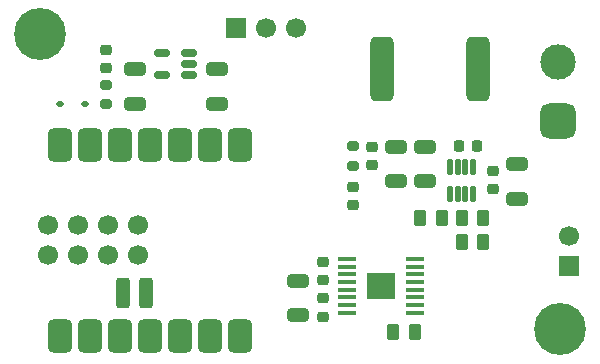
<source format=gts>
G04 #@! TF.GenerationSoftware,KiCad,Pcbnew,9.0.2-9.0.2-0~ubuntu24.04.1*
G04 #@! TF.CreationDate,2025-05-13T17:43:29+02:00*
G04 #@! TF.ProjectId,RCFavoritControlBoard,52434661-766f-4726-9974-436f6e74726f,rev?*
G04 #@! TF.SameCoordinates,Original*
G04 #@! TF.FileFunction,Soldermask,Top*
G04 #@! TF.FilePolarity,Negative*
%FSLAX46Y46*%
G04 Gerber Fmt 4.6, Leading zero omitted, Abs format (unit mm)*
G04 Created by KiCad (PCBNEW 9.0.2-9.0.2-0~ubuntu24.04.1) date 2025-05-13 17:43:29*
%MOMM*%
%LPD*%
G01*
G04 APERTURE LIST*
G04 Aperture macros list*
%AMRoundRect*
0 Rectangle with rounded corners*
0 $1 Rounding radius*
0 $2 $3 $4 $5 $6 $7 $8 $9 X,Y pos of 4 corners*
0 Add a 4 corners polygon primitive as box body*
4,1,4,$2,$3,$4,$5,$6,$7,$8,$9,$2,$3,0*
0 Add four circle primitives for the rounded corners*
1,1,$1+$1,$2,$3*
1,1,$1+$1,$4,$5*
1,1,$1+$1,$6,$7*
1,1,$1+$1,$8,$9*
0 Add four rect primitives between the rounded corners*
20,1,$1+$1,$2,$3,$4,$5,0*
20,1,$1+$1,$4,$5,$6,$7,0*
20,1,$1+$1,$6,$7,$8,$9,0*
20,1,$1+$1,$8,$9,$2,$3,0*%
G04 Aperture macros list end*
%ADD10RoundRect,0.500000X0.500000X2.250000X-0.500000X2.250000X-0.500000X-2.250000X0.500000X-2.250000X0*%
%ADD11RoundRect,0.250000X-0.262500X-0.450000X0.262500X-0.450000X0.262500X0.450000X-0.262500X0.450000X0*%
%ADD12RoundRect,0.150000X0.512500X0.150000X-0.512500X0.150000X-0.512500X-0.150000X0.512500X-0.150000X0*%
%ADD13R,2.460000X2.310000*%
%ADD14RoundRect,0.100000X0.687500X0.100000X-0.687500X0.100000X-0.687500X-0.100000X0.687500X-0.100000X0*%
%ADD15RoundRect,0.225000X0.250000X-0.225000X0.250000X0.225000X-0.250000X0.225000X-0.250000X-0.225000X0*%
%ADD16RoundRect,0.112500X-0.187500X-0.112500X0.187500X-0.112500X0.187500X0.112500X-0.187500X0.112500X0*%
%ADD17RoundRect,0.525400X0.525400X-0.900400X0.525400X0.900400X-0.525400X0.900400X-0.525400X-0.900400X0*%
%ADD18RoundRect,0.300400X-0.300400X1.000400X-0.300400X-1.000400X0.300400X-1.000400X0.300400X1.000400X0*%
%ADD19C,1.700000*%
%ADD20C,4.400000*%
%ADD21RoundRect,0.125000X0.125000X-0.537500X0.125000X0.537500X-0.125000X0.537500X-0.125000X-0.537500X0*%
%ADD22RoundRect,0.250000X0.650000X-0.325000X0.650000X0.325000X-0.650000X0.325000X-0.650000X-0.325000X0*%
%ADD23RoundRect,0.225000X-0.250000X0.225000X-0.250000X-0.225000X0.250000X-0.225000X0.250000X0.225000X0*%
%ADD24RoundRect,0.218750X-0.256250X0.218750X-0.256250X-0.218750X0.256250X-0.218750X0.256250X0.218750X0*%
%ADD25RoundRect,0.250000X-0.650000X0.325000X-0.650000X-0.325000X0.650000X-0.325000X0.650000X0.325000X0*%
%ADD26RoundRect,0.750000X0.750000X-0.750000X0.750000X0.750000X-0.750000X0.750000X-0.750000X-0.750000X0*%
%ADD27C,3.000000*%
%ADD28RoundRect,0.200000X0.275000X-0.200000X0.275000X0.200000X-0.275000X0.200000X-0.275000X-0.200000X0*%
%ADD29R,1.700000X1.700000*%
%ADD30RoundRect,0.200000X-0.275000X0.200000X-0.275000X-0.200000X0.275000X-0.200000X0.275000X0.200000X0*%
%ADD31RoundRect,0.225000X0.225000X0.250000X-0.225000X0.250000X-0.225000X-0.250000X0.225000X-0.250000X0*%
%ADD32RoundRect,0.218750X0.256250X-0.218750X0.256250X0.218750X-0.256250X0.218750X-0.256250X-0.218750X0*%
G04 APERTURE END LIST*
D10*
G04 #@! TO.C,L1*
X162100000Y-82000000D03*
X153900000Y-82000000D03*
G04 #@! TD*
D11*
G04 #@! TO.C,R6*
X154900000Y-104250000D03*
X156725000Y-104250000D03*
G04 #@! TD*
D12*
G04 #@! TO.C,U2*
X137618956Y-82475000D03*
X137618956Y-81525000D03*
X137618956Y-80575000D03*
X135343956Y-80575000D03*
X135343956Y-82475000D03*
G04 #@! TD*
D13*
G04 #@! TO.C,U3*
X153862500Y-100325000D03*
D14*
X156725000Y-102600000D03*
X156725000Y-101950000D03*
X156725000Y-101300000D03*
X156725000Y-100650000D03*
X156725000Y-100000000D03*
X156725000Y-99350000D03*
X156725000Y-98700000D03*
X156725000Y-98050000D03*
X151000000Y-98050000D03*
X151000000Y-98700000D03*
X151000000Y-99350000D03*
X151000000Y-100000000D03*
X151000000Y-100650000D03*
X151000000Y-101300000D03*
X151000000Y-101950000D03*
X151000000Y-102600000D03*
G04 #@! TD*
D15*
G04 #@! TO.C,C10*
X148925000Y-99825000D03*
X148925000Y-98275000D03*
G04 #@! TD*
D16*
G04 #@! TO.C,D3*
X126675000Y-84934992D03*
X128775000Y-84934992D03*
G04 #@! TD*
D17*
G04 #@! TO.C,ESP32*
X126677304Y-104532496D03*
X129217304Y-104532496D03*
X131757304Y-104532496D03*
X134297304Y-104532496D03*
X136837304Y-104532496D03*
X139377304Y-104532496D03*
X141917304Y-104532496D03*
X141917304Y-88367496D03*
X139377304Y-88367496D03*
X136837304Y-88367496D03*
X134297304Y-88367496D03*
X131757304Y-88367496D03*
X129217304Y-88367496D03*
X126677304Y-88367496D03*
D18*
X133915304Y-100922496D03*
X132010304Y-100922496D03*
D19*
X125665304Y-97747496D03*
X125665304Y-95207496D03*
X128205304Y-97747496D03*
X128205304Y-95207496D03*
X130745304Y-97747496D03*
X130745304Y-95207496D03*
X133285304Y-97747496D03*
X133285304Y-95207496D03*
G04 #@! TD*
D11*
G04 #@! TO.C,R3*
X160675000Y-94602496D03*
X162500000Y-94602496D03*
G04 #@! TD*
D20*
G04 #@! TO.C,H2*
X125000000Y-79000000D03*
G04 #@! TD*
D21*
G04 #@! TO.C,U1*
X159700000Y-92500000D03*
X160350000Y-92500000D03*
X161000000Y-92500000D03*
X161650000Y-92500000D03*
X161650000Y-90225000D03*
X161000000Y-90225000D03*
X160350000Y-90225000D03*
X159700000Y-90225000D03*
G04 #@! TD*
D20*
G04 #@! TO.C,H1*
X169000000Y-104000000D03*
G04 #@! TD*
D22*
G04 #@! TO.C,C9*
X133000000Y-84950000D03*
X133000000Y-82000000D03*
G04 #@! TD*
D11*
G04 #@! TO.C,R4*
X160675000Y-96600000D03*
X162500000Y-96600000D03*
G04 #@! TD*
D23*
G04 #@! TO.C,C6*
X153100000Y-88575000D03*
X153100000Y-90125000D03*
G04 #@! TD*
D24*
G04 #@! TO.C,5V*
X130600000Y-80329992D03*
X130600000Y-81904992D03*
G04 #@! TD*
D25*
G04 #@! TO.C,C4*
X155100000Y-88525000D03*
X155100000Y-91475000D03*
G04 #@! TD*
D26*
G04 #@! TO.C,VBAT*
X168800000Y-86400000D03*
D27*
X168800000Y-81400000D03*
G04 #@! TD*
D28*
G04 #@! TO.C,R5*
X130600000Y-84934992D03*
X130600000Y-83284992D03*
G04 #@! TD*
D22*
G04 #@! TO.C,C8*
X140000000Y-84950000D03*
X140000000Y-82000000D03*
G04 #@! TD*
D23*
G04 #@! TO.C,C3*
X163310551Y-90586839D03*
X163310551Y-92136839D03*
G04 #@! TD*
D29*
G04 #@! TO.C,MOTOR*
X169800000Y-98675000D03*
D19*
X169800000Y-96135000D03*
G04 #@! TD*
D30*
G04 #@! TO.C,R2*
X151500000Y-88500000D03*
X151500000Y-90150000D03*
G04 #@! TD*
D25*
G04 #@! TO.C,C5*
X157587500Y-88525000D03*
X157587500Y-91475000D03*
G04 #@! TD*
D23*
G04 #@! TO.C,C11*
X148925000Y-101375000D03*
X148925000Y-102925000D03*
G04 #@! TD*
D29*
G04 #@! TO.C,J3*
X141560000Y-78500000D03*
D19*
X144100000Y-78500000D03*
X146640000Y-78500000D03*
G04 #@! TD*
D25*
G04 #@! TO.C,C7*
X146825000Y-99875000D03*
X146825000Y-102825000D03*
G04 #@! TD*
G04 #@! TO.C,C2*
X165387500Y-89987500D03*
X165387500Y-92937500D03*
G04 #@! TD*
D31*
G04 #@! TO.C,C1*
X161975000Y-88462500D03*
X160425000Y-88462500D03*
G04 #@! TD*
D11*
G04 #@! TO.C,R1*
X157175000Y-94602496D03*
X159000000Y-94602496D03*
G04 #@! TD*
D32*
G04 #@! TO.C,D1*
X151500000Y-93500000D03*
X151500000Y-91925000D03*
G04 #@! TD*
M02*

</source>
